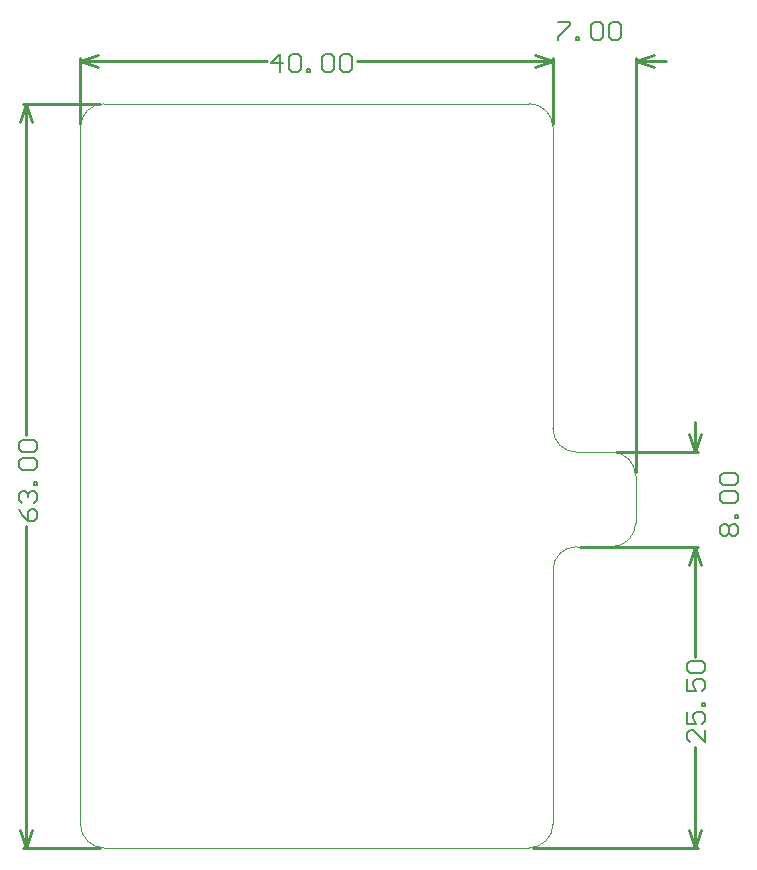
<source format=gm1>
G04 Layer_Color=16711935*
%FSLAX44Y44*%
%MOMM*%
G71*
G01*
G75*
%ADD15C,0.2540*%
%ADD44C,0.1000*%
%ADD46C,0.1524*%
D15*
X453040Y255000D02*
X522540D01*
X383040Y0D02*
X522540D01*
X520000Y161779D02*
Y255000D01*
Y0D02*
Y85093D01*
X514920Y239760D02*
X520000Y255000D01*
X525080Y239760D01*
X520000Y0D02*
X525080Y15240D01*
X514920D02*
X520000Y0D01*
X470000Y318040D02*
Y668540D01*
X400000Y613040D02*
Y668540D01*
X374600Y666000D02*
X400000D01*
X470000D02*
X495400D01*
X384760Y671080D02*
X400000Y666000D01*
X384760Y660920D02*
X400000Y666000D01*
X470000D02*
X485240Y660920D01*
X470000Y666000D02*
X485240Y671080D01*
X423040Y255000D02*
X522540D01*
X453040Y335000D02*
X522540D01*
X520000D02*
Y360400D01*
Y229600D02*
Y255000D01*
Y335000D02*
X525080Y350240D01*
X514920D02*
X520000Y335000D01*
X514920Y239760D02*
X520000Y255000D01*
X525080Y239760D01*
X400000Y613040D02*
Y668540D01*
X0Y613040D02*
Y668540D01*
X234279Y666000D02*
X400000D01*
X0D02*
X157593D01*
X384760Y671080D02*
X400000Y666000D01*
X384760Y660920D02*
X400000Y666000D01*
X0D02*
X15240Y660920D01*
X0Y666000D02*
X15240Y671080D01*
X-48540Y0D02*
X16960D01*
X-48540Y630000D02*
X16960D01*
X-46000Y0D02*
Y272593D01*
Y349279D02*
Y630000D01*
Y0D02*
X-40920Y15240D01*
X-51080D02*
X-46000Y0D01*
X-51080Y614760D02*
X-46000Y630000D01*
X-40920Y614760D01*
D44*
X420000Y255000D02*
G03*
X400000Y235000I0J-20000D01*
G01*
X450000Y255000D02*
G03*
X470000Y275000I0J20000D01*
G01*
X470000Y315000D02*
G03*
X450000Y335000I-20000J0D01*
G01*
X400000Y355000D02*
G03*
X420000Y335000I20000J0D01*
G01*
X0Y20000D02*
G03*
X20000Y0I20000J0D01*
G01*
X380000D02*
G03*
X400000Y20000I0J20000D01*
G01*
X20000Y630000D02*
G03*
X0Y610000I0J-20000D01*
G01*
X400000D02*
G03*
X380000Y630000I-20000J0D01*
G01*
X400000Y20000D02*
Y235000D01*
X420000Y255000D02*
X450000D01*
X470000Y275000D02*
Y315000D01*
X420000Y335000D02*
X450000D01*
X400000Y355000D02*
Y540000D01*
Y610000D01*
X20000Y630000D02*
X380000D01*
X0Y20000D02*
Y610000D01*
X20000Y0D02*
X380000D01*
D46*
X529142Y99314D02*
Y89157D01*
X518985Y99314D01*
X516446D01*
X513907Y96775D01*
Y91696D01*
X516446Y89157D01*
X513907Y114549D02*
Y104392D01*
X521524D01*
X518985Y109471D01*
Y112010D01*
X521524Y114549D01*
X526602D01*
X529142Y112010D01*
Y106931D01*
X526602Y104392D01*
X529142Y119627D02*
X526602D01*
Y122166D01*
X529142D01*
Y119627D01*
X513907Y142480D02*
Y132323D01*
X521524D01*
X518985Y137402D01*
Y139941D01*
X521524Y142480D01*
X526602D01*
X529142Y139941D01*
Y134862D01*
X526602Y132323D01*
X516446Y147558D02*
X513907Y150097D01*
Y155176D01*
X516446Y157715D01*
X526602D01*
X529142Y155176D01*
Y150097D01*
X526602Y147558D01*
X516446D01*
X404275Y699518D02*
X414431D01*
Y696979D01*
X404275Y686822D01*
Y684283D01*
X419510D02*
Y686822D01*
X422049D01*
Y684283D01*
X419510D01*
X432206Y696979D02*
X434745Y699518D01*
X439823D01*
X442362Y696979D01*
Y686822D01*
X439823Y684283D01*
X434745D01*
X432206Y686822D01*
Y696979D01*
X447441D02*
X449980Y699518D01*
X455058D01*
X457597Y696979D01*
Y686822D01*
X455058Y684283D01*
X449980D01*
X447441Y686822D01*
Y696979D01*
X543870Y264275D02*
X541331Y266814D01*
Y271892D01*
X543870Y274431D01*
X546409D01*
X548949Y271892D01*
X551488Y274431D01*
X554027D01*
X556566Y271892D01*
Y266814D01*
X554027Y264275D01*
X551488D01*
X548949Y266814D01*
X546409Y264275D01*
X543870D01*
X548949Y266814D02*
Y271892D01*
X556566Y279510D02*
X554027D01*
Y282049D01*
X556566D01*
Y279510D01*
X543870Y292206D02*
X541331Y294745D01*
Y299823D01*
X543870Y302362D01*
X554027D01*
X556566Y299823D01*
Y294745D01*
X554027Y292206D01*
X543870D01*
Y307441D02*
X541331Y309980D01*
Y315058D01*
X543870Y317597D01*
X554027D01*
X556566Y315058D01*
Y309980D01*
X554027Y307441D01*
X543870D01*
X169275Y656859D02*
Y672094D01*
X161657Y664476D01*
X171814D01*
X176892Y669554D02*
X179431Y672094D01*
X184510D01*
X187049Y669554D01*
Y659398D01*
X184510Y656859D01*
X179431D01*
X176892Y659398D01*
Y669554D01*
X192127Y656859D02*
Y659398D01*
X194666D01*
Y656859D01*
X192127D01*
X204823Y669554D02*
X207362Y672094D01*
X212441D01*
X214980Y669554D01*
Y659398D01*
X212441Y656859D01*
X207362D01*
X204823Y659398D01*
Y669554D01*
X220058D02*
X222597Y672094D01*
X227676D01*
X230215Y669554D01*
Y659398D01*
X227676Y656859D01*
X222597D01*
X220058Y659398D01*
Y669554D01*
X-52094Y286814D02*
X-49554Y281735D01*
X-44476Y276657D01*
X-39398D01*
X-36858Y279196D01*
Y284275D01*
X-39398Y286814D01*
X-41937D01*
X-44476Y284275D01*
Y276657D01*
X-49554Y291892D02*
X-52094Y294431D01*
Y299510D01*
X-49554Y302049D01*
X-47015D01*
X-44476Y299510D01*
Y296971D01*
Y299510D01*
X-41937Y302049D01*
X-39398D01*
X-36858Y299510D01*
Y294431D01*
X-39398Y291892D01*
X-36858Y307127D02*
X-39398D01*
Y309666D01*
X-36858D01*
Y307127D01*
X-49554Y319823D02*
X-52094Y322362D01*
Y327441D01*
X-49554Y329980D01*
X-39398D01*
X-36858Y327441D01*
Y322362D01*
X-39398Y319823D01*
X-49554D01*
Y335058D02*
X-52094Y337597D01*
Y342676D01*
X-49554Y345215D01*
X-39398D01*
X-36858Y342676D01*
Y337597D01*
X-39398Y335058D01*
X-49554D01*
M02*

</source>
